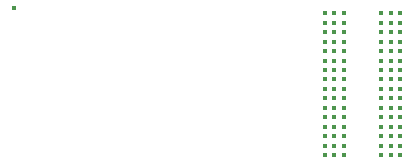
<source format=gbr>
%TF.GenerationSoftware,KiCad,Pcbnew,(5.1.6)-1*%
%TF.CreationDate,2021-04-05T13:25:22+09:00*%
%TF.ProjectId,StreamCam_H3_LTE,53747265-616d-4436-916d-5f48335f4c54,rev?*%
%TF.SameCoordinates,Original*%
%TF.FileFunction,Copper,L1,Top*%
%TF.FilePolarity,Positive*%
%FSLAX46Y46*%
G04 Gerber Fmt 4.6, Leading zero omitted, Abs format (unit mm)*
G04 Created by KiCad (PCBNEW (5.1.6)-1) date 2021-04-05 13:25:22*
%MOMM*%
%LPD*%
G01*
G04 APERTURE LIST*
%TA.AperFunction,SMDPad,CuDef*%
%ADD10C,0.382500*%
%TD*%
%TA.AperFunction,SMDPad,CuDef*%
%ADD11C,0.150000*%
%TD*%
%TA.AperFunction,ViaPad*%
%ADD12C,0.430000*%
%TD*%
G04 APERTURE END LIST*
D10*
%TO.P,U2,A1*%
%TO.N,N/C*%
X138040000Y-121390000D03*
%TO.P,U2,A2*%
%TO.N,/Sheet6067B01D/SDQ13*%
X138840000Y-121390000D03*
%TO.P,U2,A3*%
%TO.N,/Sheet6067B01D/SDQ15*%
X139640000Y-121390000D03*
%TO.P,U2,A7*%
%TO.N,/Sheet6067B01D/SDQ12*%
X142840000Y-121390000D03*
%TO.P,U2,A8*%
%TO.N,N/C*%
X143640000Y-121390000D03*
%TO.P,U2,A9*%
%TO.N,GND1*%
X144440000Y-121390000D03*
%TO.P,U2,B1*%
X138040000Y-122190000D03*
%TO.P,U2,B2*%
%TO.N,N/C*%
X138840000Y-122190000D03*
%TO.P,U2,B3*%
%TO.N,GND1*%
X139640000Y-122190000D03*
%TO.P,U2,B7*%
%TO.N,N/C*%
X142840000Y-122190000D03*
%TO.P,U2,B8*%
%TO.N,/Sheet6067B01D/SDQ14*%
X143640000Y-122190000D03*
%TO.P,U2,B9*%
%TO.N,GND1*%
X144440000Y-122190000D03*
%TO.P,U2,C1*%
%TO.N,N/C*%
X138040000Y-122990000D03*
%TO.P,U2,C2*%
%TO.N,/Sheet6067B01D/SDQ11*%
X138840000Y-122990000D03*
%TO.P,U2,C3*%
%TO.N,/Sheet6067B01D/SDQ9*%
X139640000Y-122990000D03*
%TO.P,U2,C7*%
%TO.N,N/C*%
X142840000Y-122990000D03*
%TO.P,U2,C8*%
%TO.N,/Sheet6067B01D/SDQ10*%
X143640000Y-122990000D03*
%TO.P,U2,C9*%
%TO.N,N/C*%
X144440000Y-122990000D03*
%TO.P,U2,D1*%
%TO.N,GND1*%
X138040000Y-123790000D03*
%TO.P,U2,D2*%
%TO.N,N/C*%
X138840000Y-123790000D03*
%TO.P,U2,D3*%
X139640000Y-123790000D03*
%TO.P,U2,D7*%
%TO.N,/Sheet6067B01D/SDQ8*%
X142840000Y-123790000D03*
%TO.P,U2,D8*%
%TO.N,GND1*%
X143640000Y-123790000D03*
%TO.P,U2,D9*%
%TO.N,N/C*%
X144440000Y-123790000D03*
%TO.P,U2,E1*%
%TO.N,GND1*%
X138040000Y-124590000D03*
%TO.P,U2,E2*%
X138840000Y-124590000D03*
%TO.P,U2,E3*%
%TO.N,/Sheet6067B01D/SDQ0*%
X139640000Y-124590000D03*
%TO.P,U2,E7*%
%TO.N,N/C*%
X142840000Y-124590000D03*
%TO.P,U2,E8*%
%TO.N,GND1*%
X143640000Y-124590000D03*
%TO.P,U2,E9*%
%TO.N,N/C*%
X144440000Y-124590000D03*
%TO.P,U2,F1*%
X138040000Y-125390000D03*
%TO.P,U2,F2*%
%TO.N,/Sheet6067B01D/SDQ2*%
X138840000Y-125390000D03*
%TO.P,U2,F3*%
%TO.N,N/C*%
X139640000Y-125390000D03*
%TO.P,U2,F7*%
%TO.N,/Sheet6067B01D/SDQ1*%
X142840000Y-125390000D03*
%TO.P,U2,F8*%
%TO.N,/Sheet6067B01D/SDQ3*%
X143640000Y-125390000D03*
%TO.P,U2,F9*%
%TO.N,GND1*%
X144440000Y-125390000D03*
%TO.P,U2,G1*%
X138040000Y-126190000D03*
%TO.P,U2,G2*%
%TO.N,/Sheet6067B01D/SDQ6*%
X138840000Y-126190000D03*
%TO.P,U2,G3*%
%TO.N,N/C*%
X139640000Y-126190000D03*
%TO.P,U2,G7*%
X142840000Y-126190000D03*
%TO.P,U2,G8*%
%TO.N,GND1*%
X143640000Y-126190000D03*
%TO.P,U2,G9*%
X144440000Y-126190000D03*
%TO.P,U2,H1*%
%TO.N,N/C*%
X138040000Y-126990000D03*
%TO.P,U2,H2*%
X138840000Y-126990000D03*
%TO.P,U2,H3*%
%TO.N,/Sheet6067B01D/SDQ4*%
X139640000Y-126990000D03*
%TO.P,U2,H7*%
%TO.N,/Sheet6067B01D/SDQ7*%
X142840000Y-126990000D03*
%TO.P,U2,H8*%
%TO.N,/Sheet6067B01D/SDQ5*%
X143640000Y-126990000D03*
%TO.P,U2,H9*%
%TO.N,N/C*%
X144440000Y-126990000D03*
%TO.P,U2,J1*%
X138040000Y-127790000D03*
%TO.P,U2,J2*%
%TO.N,GND1*%
X138840000Y-127790000D03*
%TO.P,U2,J3*%
%TO.N,N/C*%
X139640000Y-127790000D03*
%TO.P,U2,J7*%
X142840000Y-127790000D03*
%TO.P,U2,J8*%
%TO.N,GND1*%
X143640000Y-127790000D03*
%TO.P,U2,J9*%
%TO.N,N/C*%
X144440000Y-127790000D03*
%TO.P,U2,K1*%
X138040000Y-128590000D03*
%TO.P,U2,K2*%
X138840000Y-128590000D03*
%TO.P,U2,K3*%
X139640000Y-128590000D03*
%TO.P,U2,K7*%
X142840000Y-128590000D03*
%TO.P,U2,K8*%
X143640000Y-128590000D03*
%TO.P,U2,K9*%
X144440000Y-128590000D03*
%TO.P,U2,L1*%
X138040000Y-129390000D03*
%TO.P,U2,L2*%
X138840000Y-129390000D03*
%TO.P,U2,L3*%
X139640000Y-129390000D03*
%TO.P,U2,L7*%
%TO.N,/Sheet6067B01D/SA10*%
X142840000Y-129390000D03*
%TO.P,U2,L8*%
%TO.N,N/C*%
X143640000Y-129390000D03*
%TO.P,U2,L9*%
X144440000Y-129390000D03*
%TO.P,U2,M1*%
%TO.N,GND1*%
X138040000Y-130190000D03*
%TO.P,U2,M2*%
%TO.N,/Sheet6067B01D/SBA0*%
X138840000Y-130190000D03*
%TO.P,U2,M3*%
%TO.N,/Sheet6067B01D/SBA2*%
X139640000Y-130190000D03*
%TO.P,U2,M7*%
%TO.N,/Sheet6067B01D/SA15*%
X142840000Y-130190000D03*
%TO.P,U2,M8*%
%TO.N,N/C*%
X143640000Y-130190000D03*
%TO.P,U2,M9*%
%TO.N,GND1*%
X144440000Y-130190000D03*
%TO.P,U2,N1*%
%TO.N,N/C*%
X138040000Y-130990000D03*
%TO.P,U2,N2*%
%TO.N,/Sheet6067B01D/SA3*%
X138840000Y-130990000D03*
%TO.P,U2,N3*%
%TO.N,/Sheet6067B01D/SA0*%
X139640000Y-130990000D03*
%TO.P,U2,N7*%
%TO.N,/Sheet6067B01D/SA12*%
X142840000Y-130990000D03*
%TO.P,U2,N8*%
%TO.N,/Sheet6067B01D/SBA1*%
X143640000Y-130990000D03*
%TO.P,U2,N9*%
%TO.N,N/C*%
X144440000Y-130990000D03*
%TO.P,U2,P1*%
%TO.N,GND1*%
X138040000Y-131790000D03*
%TO.P,U2,P2*%
%TO.N,/Sheet6067B01D/SA5*%
X138840000Y-131790000D03*
%TO.P,U2,P3*%
%TO.N,/Sheet6067B01D/SA2*%
X139640000Y-131790000D03*
%TO.P,U2,P7*%
%TO.N,/Sheet6067B01D/SA1*%
X142840000Y-131790000D03*
%TO.P,U2,P8*%
%TO.N,/Sheet6067B01D/SA4*%
X143640000Y-131790000D03*
%TO.P,U2,P9*%
%TO.N,GND1*%
X144440000Y-131790000D03*
%TO.P,U2,R1*%
%TO.N,N/C*%
X138040000Y-132590000D03*
%TO.P,U2,R2*%
%TO.N,/Sheet6067B01D/SA7*%
X138840000Y-132590000D03*
%TO.P,U2,R3*%
%TO.N,/Sheet6067B01D/SA9*%
X139640000Y-132590000D03*
%TO.P,U2,R7*%
%TO.N,/Sheet6067B01D/SA11*%
X142840000Y-132590000D03*
%TO.P,U2,R8*%
%TO.N,/Sheet6067B01D/SA6*%
X143640000Y-132590000D03*
%TO.P,U2,R9*%
%TO.N,N/C*%
X144440000Y-132590000D03*
%TO.P,U2,T1*%
%TO.N,GND1*%
X138040000Y-133390000D03*
%TO.P,U2,T2*%
%TO.N,N/C*%
X138840000Y-133390000D03*
%TO.P,U2,T3*%
%TO.N,/Sheet6067B01D/SA13*%
X139640000Y-133390000D03*
%TO.P,U2,T7*%
%TO.N,/Sheet6067B01D/SA14*%
X142840000Y-133390000D03*
%TO.P,U2,T8*%
%TO.N,/Sheet6067B01D/SA8*%
X143640000Y-133390000D03*
%TO.P,U2,T9*%
%TO.N,GND1*%
X144440000Y-133390000D03*
%TD*%
D11*
%TO.P,U1,A1*%
%TO.N,N/C*%
X111460000Y-120660000D03*
%TO.P,U1,B1*%
X111460000Y-121310000D03*
%TO.P,U1,C1*%
X111460000Y-121960000D03*
%TO.P,U1,D1*%
X111460000Y-122610000D03*
%TO.P,U1,F1*%
X111460000Y-123910000D03*
%TO.P,U1,G1*%
X111460000Y-124560000D03*
%TO.P,U1,J1*%
X111460000Y-125860000D03*
%TO.P,U1,K1*%
X111460000Y-126510000D03*
%TO.P,U1,M1*%
X111460000Y-127810000D03*
%TO.P,U1,N1*%
X111460000Y-128460000D03*
%TO.P,U1,R1*%
X111460000Y-129760000D03*
%TO.P,U1,V1*%
X111460000Y-131710000D03*
%TO.P,U1,W1*%
X111460000Y-132360000D03*
%TO.P,U1,Y1*%
X111460000Y-133010000D03*
%TO.P,U1,AA1*%
%TO.N,GND*%
X111460000Y-133660000D03*
%TO.P,U1,A2*%
%TO.N,N/C*%
X112110000Y-120660000D03*
%TO.P,U1,B2*%
X112110000Y-121310000D03*
%TO.P,U1,C2*%
X112110000Y-121960000D03*
%TO.P,U1,D2*%
X112110000Y-122610000D03*
%TO.P,U1,E2*%
X112110000Y-123260000D03*
%TO.P,U1,F2*%
X112110000Y-123910000D03*
%TO.P,U1,G2*%
X112110000Y-124560000D03*
%TO.P,U1,H2*%
X112110000Y-125210000D03*
%TO.P,U1,J2*%
X112110000Y-125860000D03*
%TO.P,U1,K2*%
X112110000Y-126510000D03*
%TO.P,U1,L2*%
X112110000Y-127160000D03*
%TO.P,U1,M2*%
X112110000Y-127810000D03*
%TO.P,U1,N2*%
X112110000Y-128460000D03*
%TO.P,U1,P2*%
X112110000Y-129110000D03*
%TO.P,U1,R2*%
X112110000Y-129760000D03*
%TO.P,U1,T2*%
X112110000Y-130410000D03*
%TO.P,U1,U2*%
X112110000Y-131060000D03*
%TO.P,U1,V2*%
X112110000Y-131710000D03*
%TO.P,U1,W2*%
X112110000Y-132360000D03*
%TO.P,U1,Y2*%
X112110000Y-133010000D03*
%TO.P,U1,AA2*%
X112110000Y-133660000D03*
%TO.P,U1,A3*%
X112760000Y-120660000D03*
%TO.P,U1,B3*%
X112760000Y-121310000D03*
%TO.P,U1,C3*%
X112760000Y-121960000D03*
%TO.P,U1,D3*%
X112760000Y-122610000D03*
%TO.P,U1,E3*%
X112760000Y-123260000D03*
%TO.P,U1,F3*%
X112760000Y-123910000D03*
%TO.P,U1,H3*%
X112760000Y-125210000D03*
%TO.P,U1,J3*%
X112760000Y-125860000D03*
%TO.P,U1,K3*%
X112760000Y-126510000D03*
%TO.P,U1,M3*%
X112760000Y-127810000D03*
%TO.P,U1,N3*%
X112760000Y-128460000D03*
%TO.P,U1,P3*%
X112760000Y-129110000D03*
%TO.P,U1,T3*%
X112760000Y-130410000D03*
%TO.P,U1,U3*%
X112760000Y-131060000D03*
%TO.P,U1,V3*%
X112760000Y-131710000D03*
%TO.P,U1,W3*%
X112760000Y-132360000D03*
%TO.P,U1,Y3*%
X112760000Y-133010000D03*
%TO.P,U1,AA3*%
X112760000Y-133660000D03*
%TO.P,U1,A4*%
X113410000Y-120660000D03*
%TO.P,U1,B4*%
X113410000Y-121310000D03*
%TO.P,U1,G4*%
X113410000Y-124560000D03*
%TO.P,U1,H4*%
X113410000Y-125210000D03*
%TO.P,U1,K4*%
X113410000Y-126510000D03*
%TO.P,U1,M4*%
X113410000Y-127810000D03*
%TO.P,U1,T4*%
X113410000Y-130410000D03*
%TO.P,U1,U4*%
X113410000Y-131060000D03*
%TO.P,U1,V4*%
X113410000Y-131710000D03*
%TO.P,U1,Y4*%
X113410000Y-133010000D03*
%TO.P,U1,A5*%
X114060000Y-120660000D03*
%TO.P,U1,B5*%
X114060000Y-121310000D03*
%TO.P,U1,C5*%
X114060000Y-121960000D03*
%TO.P,U1,D5*%
X114060000Y-122610000D03*
%TO.P,U1,F5*%
X114060000Y-123910000D03*
%TO.P,U1,G5*%
X114060000Y-124560000D03*
%TO.P,U1,L5*%
X114060000Y-127160000D03*
%TO.P,U1,M5*%
X114060000Y-127810000D03*
%TO.P,U1,T5*%
X114060000Y-130410000D03*
%TO.P,U1,V5*%
X114060000Y-131710000D03*
%TO.P,U1,W5*%
X114060000Y-132360000D03*
%TO.P,U1,AA5*%
X114060000Y-133660000D03*
%TO.P,U1,B6*%
X114710000Y-121310000D03*
%TO.P,U1,C6*%
X114710000Y-121960000D03*
%TO.P,U1,D6*%
X114710000Y-122610000D03*
%TO.P,U1,F6*%
X114710000Y-123910000D03*
%TO.P,U1,H6*%
X114710000Y-125210000D03*
%TO.P,U1,J6*%
X114710000Y-125860000D03*
%TO.P,U1,K6*%
X114710000Y-126510000D03*
%TO.P,U1,M6*%
X114710000Y-127810000D03*
%TO.P,U1,P6*%
X114710000Y-129110000D03*
%TO.P,U1,R6*%
X114710000Y-129760000D03*
%TO.P,U1,T6*%
X114710000Y-130410000D03*
%TO.P,U1,U6*%
X114710000Y-131060000D03*
%TO.P,U1,V6*%
X114710000Y-131710000D03*
%TO.P,U1,W6*%
X114710000Y-132360000D03*
%TO.P,U1,AA6*%
X114710000Y-133660000D03*
%TO.P,U1,A7*%
X115360000Y-120660000D03*
%TO.P,U1,B7*%
X115360000Y-121310000D03*
%TO.P,U1,C7*%
X115360000Y-121960000D03*
%TO.P,U1,F7*%
X115360000Y-123910000D03*
%TO.P,U1,G7*%
X115360000Y-124560000D03*
%TO.P,U1,H7*%
X115360000Y-125210000D03*
%TO.P,U1,J7*%
X115360000Y-125860000D03*
%TO.P,U1,K7*%
%TO.N,GND*%
X115360000Y-126510000D03*
%TO.P,U1,M7*%
X115360000Y-127810000D03*
%TO.P,U1,N7*%
X115360000Y-128460000D03*
%TO.P,U1,P7*%
%TO.N,N/C*%
X115360000Y-129110000D03*
%TO.P,U1,R7*%
X115360000Y-129760000D03*
%TO.P,U1,T7*%
X115360000Y-130410000D03*
%TO.P,U1,Y7*%
X115360000Y-133010000D03*
%TO.P,U1,A8*%
X116010000Y-120660000D03*
%TO.P,U1,B8*%
X116010000Y-121310000D03*
%TO.P,U1,C8*%
X116010000Y-121960000D03*
%TO.P,U1,D8*%
X116010000Y-122610000D03*
%TO.P,U1,E8*%
X116010000Y-123260000D03*
%TO.P,U1,F8*%
X116010000Y-123910000D03*
%TO.P,U1,G8*%
%TO.N,GND*%
X116010000Y-124560000D03*
%TO.P,U1,H8*%
%TO.N,N/C*%
X116010000Y-125210000D03*
%TO.P,U1,J8*%
X116010000Y-125860000D03*
%TO.P,U1,K8*%
%TO.N,GND*%
X116010000Y-126510000D03*
%TO.P,U1,L8*%
X116010000Y-127160000D03*
%TO.P,U1,M8*%
X116010000Y-127810000D03*
%TO.P,U1,N8*%
%TO.N,N/C*%
X116010000Y-128460000D03*
%TO.P,U1,P8*%
X116010000Y-129110000D03*
%TO.P,U1,R8*%
X116010000Y-129760000D03*
%TO.P,U1,T8*%
X116010000Y-130410000D03*
%TO.P,U1,Y8*%
X116010000Y-133010000D03*
%TO.P,U1,AA8*%
X116010000Y-133660000D03*
%TO.P,U1,B9*%
X116660000Y-121310000D03*
%TO.P,U1,C9*%
X116660000Y-121960000D03*
%TO.P,U1,G9*%
X116660000Y-124560000D03*
%TO.P,U1,J9*%
%TO.N,GND*%
X116660000Y-125860000D03*
%TO.P,U1,K9*%
X116660000Y-126510000D03*
%TO.P,U1,L9*%
X116660000Y-127160000D03*
%TO.P,U1,M9*%
X116660000Y-127810000D03*
%TO.P,U1,N9*%
X116660000Y-128460000D03*
%TO.P,U1,P9*%
%TO.N,N/C*%
X116660000Y-129110000D03*
%TO.P,U1,R9*%
%TO.N,GND*%
X116660000Y-129760000D03*
%TO.P,U1,T9*%
%TO.N,N/C*%
X116660000Y-130410000D03*
%TO.P,U1,U9*%
X116660000Y-131060000D03*
%TO.P,U1,W9*%
X116660000Y-132360000D03*
%TO.P,U1,Y9*%
X116660000Y-133010000D03*
%TO.P,U1,AA9*%
X116660000Y-133660000D03*
%TO.P,U1,A10*%
X117310000Y-120660000D03*
%TO.P,U1,B10*%
X117310000Y-121310000D03*
%TO.P,U1,C10*%
X117310000Y-121960000D03*
%TO.P,U1,D10*%
X117310000Y-122610000D03*
%TO.P,U1,E10*%
X117310000Y-123260000D03*
%TO.P,U1,F10*%
X117310000Y-123910000D03*
%TO.P,U1,G10*%
X117310000Y-124560000D03*
%TO.P,U1,H10*%
%TO.N,+1V2*%
X117310000Y-125210000D03*
%TO.P,U1,J10*%
X117310000Y-125860000D03*
%TO.P,U1,K10*%
X117310000Y-126510000D03*
%TO.P,U1,L10*%
X117310000Y-127160000D03*
%TO.P,U1,M10*%
%TO.N,GND*%
X117310000Y-127810000D03*
%TO.P,U1,N10*%
X117310000Y-128460000D03*
%TO.P,U1,P10*%
X117310000Y-129110000D03*
%TO.P,U1,R10*%
X117310000Y-129760000D03*
%TO.P,U1,T10*%
%TO.N,N/C*%
X117310000Y-130410000D03*
%TO.P,U1,V10*%
X117310000Y-131710000D03*
%TO.P,U1,Y10*%
X117310000Y-133010000D03*
%TO.P,U1,A11*%
X117960000Y-120660000D03*
%TO.P,U1,B11*%
X117960000Y-121310000D03*
%TO.P,U1,C11*%
X117960000Y-121960000D03*
%TO.P,U1,D11*%
X117960000Y-122610000D03*
%TO.P,U1,E11*%
X117960000Y-123260000D03*
%TO.P,U1,F11*%
X117960000Y-123910000D03*
%TO.P,U1,G11*%
X117960000Y-124560000D03*
%TO.P,U1,H11*%
X117960000Y-125210000D03*
%TO.P,U1,J11*%
%TO.N,+1V2*%
X117960000Y-125860000D03*
%TO.P,U1,K11*%
X117960000Y-126510000D03*
%TO.P,U1,L11*%
X117960000Y-127160000D03*
%TO.P,U1,M11*%
%TO.N,GND*%
X117960000Y-127810000D03*
%TO.P,U1,N11*%
X117960000Y-128460000D03*
%TO.P,U1,P11*%
X117960000Y-129110000D03*
%TO.P,U1,R11*%
X117960000Y-129760000D03*
%TO.P,U1,T11*%
X117960000Y-130410000D03*
%TO.P,U1,U11*%
%TO.N,VMEM*%
X117960000Y-131060000D03*
%TO.P,U1,V11*%
%TO.N,N/C*%
X117960000Y-131710000D03*
%TO.P,U1,W11*%
X117960000Y-132360000D03*
%TO.P,U1,Y11*%
X117960000Y-133010000D03*
%TO.P,U1,AA11*%
X117960000Y-133660000D03*
%TO.P,U1,B12*%
X118610000Y-121310000D03*
%TO.P,U1,C12*%
X118610000Y-121960000D03*
%TO.P,U1,G12*%
X118610000Y-124560000D03*
%TO.P,U1,H12*%
%TO.N,GND*%
X118610000Y-125210000D03*
%TO.P,U1,J12*%
%TO.N,+1V2*%
X118610000Y-125860000D03*
%TO.P,U1,K12*%
X118610000Y-126510000D03*
%TO.P,U1,L12*%
X118610000Y-127160000D03*
%TO.P,U1,M12*%
%TO.N,GND*%
X118610000Y-127810000D03*
%TO.P,U1,N12*%
X118610000Y-128460000D03*
%TO.P,U1,P12*%
X118610000Y-129110000D03*
%TO.P,U1,R12*%
X118610000Y-129760000D03*
%TO.P,U1,T12*%
%TO.N,VMEM*%
X118610000Y-130410000D03*
%TO.P,U1,V12*%
%TO.N,/Sheet6067B01D/SA13*%
X118610000Y-131710000D03*
%TO.P,U1,W12*%
%TO.N,N/C*%
X118610000Y-132360000D03*
%TO.P,U1,Y12*%
X118610000Y-133010000D03*
%TO.P,U1,AA12*%
X118610000Y-133660000D03*
%TO.P,U1,A13*%
X119260000Y-120660000D03*
%TO.P,U1,B13*%
X119260000Y-121310000D03*
%TO.P,U1,C13*%
X119260000Y-121960000D03*
%TO.P,U1,D13*%
X119260000Y-122610000D03*
%TO.P,U1,E13*%
X119260000Y-123260000D03*
%TO.P,U1,F13*%
X119260000Y-123910000D03*
%TO.P,U1,G13*%
X119260000Y-124560000D03*
%TO.P,U1,H13*%
X119260000Y-125210000D03*
%TO.P,U1,J13*%
%TO.N,GND*%
X119260000Y-125860000D03*
%TO.P,U1,K13*%
X119260000Y-126510000D03*
%TO.P,U1,L13*%
%TO.N,+1V2*%
X119260000Y-127160000D03*
%TO.P,U1,M13*%
%TO.N,GND*%
X119260000Y-127810000D03*
%TO.P,U1,N13*%
X119260000Y-128460000D03*
%TO.P,U1,P13*%
X119260000Y-129110000D03*
%TO.P,U1,R13*%
X119260000Y-129760000D03*
%TO.P,U1,T13*%
%TO.N,VMEM*%
X119260000Y-130410000D03*
%TO.P,U1,V13*%
%TO.N,N/C*%
X119260000Y-131710000D03*
%TO.P,U1,W13*%
X119260000Y-132360000D03*
%TO.P,U1,Y13*%
X119260000Y-133010000D03*
%TO.P,U1,A14*%
X119910000Y-120660000D03*
%TO.P,U1,B14*%
X119910000Y-121310000D03*
%TO.P,U1,C14*%
X119910000Y-121960000D03*
%TO.P,U1,E14*%
X119910000Y-123260000D03*
%TO.P,U1,F14*%
X119910000Y-123910000D03*
%TO.P,U1,G14*%
X119910000Y-124560000D03*
%TO.P,U1,H14*%
X119910000Y-125210000D03*
%TO.P,U1,J14*%
X119910000Y-125860000D03*
%TO.P,U1,K14*%
%TO.N,GND*%
X119910000Y-126510000D03*
%TO.P,U1,L14*%
%TO.N,+1V2*%
X119910000Y-127160000D03*
%TO.P,U1,M14*%
%TO.N,GND*%
X119910000Y-127810000D03*
%TO.P,U1,N14*%
X119910000Y-128460000D03*
%TO.P,U1,P14*%
X119910000Y-129110000D03*
%TO.P,U1,R14*%
X119910000Y-129760000D03*
%TO.P,U1,T14*%
%TO.N,VMEM*%
X119910000Y-130410000D03*
%TO.P,U1,Y14*%
%TO.N,N/C*%
X119910000Y-133010000D03*
%TO.P,U1,AA14*%
X119910000Y-133660000D03*
%TO.P,U1,B15*%
X120560000Y-121310000D03*
%TO.P,U1,C15*%
X120560000Y-121960000D03*
%TO.P,U1,D15*%
X120560000Y-122610000D03*
%TO.P,U1,E15*%
X120560000Y-123260000D03*
%TO.P,U1,G15*%
X120560000Y-124560000D03*
%TO.P,U1,H15*%
%TO.N,GND*%
X120560000Y-125210000D03*
%TO.P,U1,J15*%
%TO.N,N/C*%
X120560000Y-125860000D03*
%TO.P,U1,K15*%
%TO.N,GND*%
X120560000Y-126510000D03*
%TO.P,U1,L15*%
X120560000Y-127160000D03*
%TO.P,U1,M15*%
X120560000Y-127810000D03*
%TO.P,U1,N15*%
X120560000Y-128460000D03*
%TO.P,U1,P15*%
X120560000Y-129110000D03*
%TO.P,U1,T15*%
%TO.N,VMEM*%
X120560000Y-130410000D03*
%TO.P,U1,U15*%
%TO.N,N/C*%
X120560000Y-131060000D03*
%TO.P,U1,V15*%
%TO.N,/Sheet6067B01D/SA7*%
X120560000Y-131710000D03*
%TO.P,U1,W15*%
%TO.N,N/C*%
X120560000Y-132360000D03*
%TO.P,U1,Y15*%
X120560000Y-133010000D03*
%TO.P,U1,AA15*%
X120560000Y-133660000D03*
%TO.P,U1,A16*%
X121210000Y-120660000D03*
%TO.P,U1,B16*%
X121210000Y-121310000D03*
%TO.P,U1,C16*%
X121210000Y-121960000D03*
%TO.P,U1,E16*%
X121210000Y-123260000D03*
%TO.P,U1,F16*%
X121210000Y-123910000D03*
%TO.P,U1,H16*%
X121210000Y-125210000D03*
%TO.P,U1,J16*%
%TO.N,GND*%
X121210000Y-125860000D03*
%TO.P,U1,K16*%
X121210000Y-126510000D03*
%TO.P,U1,L16*%
%TO.N,VMEM*%
X121210000Y-127160000D03*
%TO.P,U1,M16*%
X121210000Y-127810000D03*
%TO.P,U1,N16*%
X121210000Y-128460000D03*
%TO.P,U1,P16*%
X121210000Y-129110000D03*
%TO.P,U1,R16*%
X121210000Y-129760000D03*
%TO.P,U1,T16*%
%TO.N,N/C*%
X121210000Y-130410000D03*
%TO.P,U1,U16*%
X121210000Y-131060000D03*
%TO.P,U1,Y16*%
X121210000Y-133010000D03*
%TO.P,U1,A17*%
X121860000Y-120660000D03*
%TO.P,U1,B17*%
X121860000Y-121310000D03*
%TO.P,U1,C17*%
X121860000Y-121960000D03*
%TO.P,U1,D17*%
X121860000Y-122610000D03*
%TO.P,U1,F17*%
X121860000Y-123910000D03*
%TO.P,U1,H17*%
X121860000Y-125210000D03*
%TO.P,U1,K17*%
X121860000Y-126510000D03*
%TO.P,U1,L17*%
X121860000Y-127160000D03*
%TO.P,U1,N17*%
%TO.N,/Sheet6067B01D/SA14*%
X121860000Y-128460000D03*
%TO.P,U1,P17*%
%TO.N,VMEM*%
X121860000Y-129110000D03*
%TO.P,U1,R17*%
%TO.N,/Sheet6067B01D/SA15*%
X121860000Y-129760000D03*
%TO.P,U1,T17*%
%TO.N,/Sheet6067B01D/SA0*%
X121860000Y-130410000D03*
%TO.P,U1,V17*%
%TO.N,/Sheet6067B01D/SBA2*%
X121860000Y-131710000D03*
%TO.P,U1,W17*%
%TO.N,/Sheet6067B01D/SBA0*%
X121860000Y-132360000D03*
%TO.P,U1,Y17*%
%TO.N,N/C*%
X121860000Y-133010000D03*
%TO.P,U1,AA17*%
X121860000Y-133660000D03*
%TO.P,U1,B18*%
X122510000Y-121310000D03*
%TO.P,U1,C18*%
X122510000Y-121960000D03*
%TO.P,U1,E18*%
X122510000Y-123260000D03*
%TO.P,U1,F18*%
X122510000Y-123910000D03*
%TO.P,U1,G18*%
X122510000Y-124560000D03*
%TO.P,U1,H18*%
X122510000Y-125210000D03*
%TO.P,U1,K18*%
X122510000Y-126510000D03*
%TO.P,U1,L18*%
X122510000Y-127160000D03*
%TO.P,U1,R18*%
%TO.N,/Sheet6067B01D/SA12*%
X122510000Y-129760000D03*
%TO.P,U1,T18*%
%TO.N,/Sheet6067B01D/SBA1*%
X122510000Y-130410000D03*
%TO.P,U1,U18*%
%TO.N,/Sheet6067B01D/SA1*%
X122510000Y-131060000D03*
%TO.P,U1,W18*%
%TO.N,/Sheet6067B01D/SA8*%
X122510000Y-132360000D03*
%TO.P,U1,Y18*%
%TO.N,/Sheet6067B01D/SA9*%
X122510000Y-133010000D03*
%TO.P,U1,AA18*%
%TO.N,N/C*%
X122510000Y-133660000D03*
%TO.P,U1,A19*%
X123160000Y-120660000D03*
%TO.P,U1,B19*%
X123160000Y-121310000D03*
%TO.P,U1,C19*%
X123160000Y-121960000D03*
%TO.P,U1,D19*%
X123160000Y-122610000D03*
%TO.P,U1,E19*%
X123160000Y-123260000D03*
%TO.P,U1,F19*%
X123160000Y-123910000D03*
%TO.P,U1,H19*%
X123160000Y-125210000D03*
%TO.P,U1,J19*%
%TO.N,/Sheet6067B01D/SDQ8*%
X123160000Y-125860000D03*
%TO.P,U1,L19*%
%TO.N,N/C*%
X123160000Y-127160000D03*
%TO.P,U1,M19*%
%TO.N,/Sheet6067B01D/SDQ15*%
X123160000Y-127810000D03*
%TO.P,U1,N19*%
%TO.N,/Sheet6067B01D/SA11*%
X123160000Y-128460000D03*
%TO.P,U1,P19*%
%TO.N,/Sheet6067B01D/SA10*%
X123160000Y-129110000D03*
%TO.P,U1,R19*%
%TO.N,/Sheet6067B01D/SDQ4*%
X123160000Y-129760000D03*
%TO.P,U1,U19*%
%TO.N,/Sheet6067B01D/SDQ6*%
X123160000Y-131060000D03*
%TO.P,U1,V19*%
%TO.N,/Sheet6067B01D/SA2*%
X123160000Y-131710000D03*
%TO.P,U1,Y19*%
%TO.N,/Sheet6067B01D/SA5*%
X123160000Y-133010000D03*
%TO.P,U1,AA19*%
%TO.N,N/C*%
X123160000Y-133660000D03*
%TO.P,U1,A20*%
X123810000Y-120660000D03*
%TO.P,U1,B20*%
X123810000Y-121310000D03*
%TO.P,U1,C20*%
X123810000Y-121960000D03*
%TO.P,U1,D20*%
X123810000Y-122610000D03*
%TO.P,U1,E20*%
X123810000Y-123260000D03*
%TO.P,U1,F20*%
X123810000Y-123910000D03*
%TO.P,U1,G20*%
X123810000Y-124560000D03*
%TO.P,U1,H20*%
%TO.N,/Sheet6067B01D/SDQ9*%
X123810000Y-125210000D03*
%TO.P,U1,J20*%
%TO.N,N/C*%
X123810000Y-125860000D03*
%TO.P,U1,K20*%
X123810000Y-126510000D03*
%TO.P,U1,L20*%
%TO.N,/Sheet6067B01D/SDQ12*%
X123810000Y-127160000D03*
%TO.P,U1,M20*%
%TO.N,N/C*%
X123810000Y-127810000D03*
%TO.P,U1,N20*%
%TO.N,/Sheet6067B01D/SDQ0*%
X123810000Y-128460000D03*
%TO.P,U1,P20*%
%TO.N,/Sheet6067B01D/SDQ2*%
X123810000Y-129110000D03*
%TO.P,U1,R20*%
%TO.N,N/C*%
X123810000Y-129760000D03*
%TO.P,U1,T20*%
%TO.N,/Sheet6067B01D/SDQ5*%
X123810000Y-130410000D03*
%TO.P,U1,U20*%
%TO.N,/Sheet6067B01D/SDQ7*%
X123810000Y-131060000D03*
%TO.P,U1,V20*%
%TO.N,/Sheet6067B01D/SA3*%
X123810000Y-131710000D03*
%TO.P,U1,W20*%
%TO.N,N/C*%
X123810000Y-132360000D03*
%TO.P,U1,Y20*%
%TO.N,/Sheet6067B01D/SA6*%
X123810000Y-133010000D03*
%TO.P,U1,AA20*%
%TO.N,N/C*%
X123810000Y-133660000D03*
%TO.P,U1,A21*%
%TO.N,GND*%
X124460000Y-120660000D03*
%TO.P,U1,B21*%
%TO.N,N/C*%
X124460000Y-121310000D03*
%TO.P,U1,C21*%
X124460000Y-121960000D03*
%TO.P,U1,E21*%
X124460000Y-123260000D03*
%TO.P,U1,F21*%
X124460000Y-123910000D03*
%TO.P,U1,H21*%
%TO.N,/Sheet6067B01D/SDQ10*%
X124460000Y-125210000D03*
%TO.P,U1,J21*%
%TO.N,/Sheet6067B01D/SDQ11*%
X124460000Y-125860000D03*
%TO.P,U1,L21*%
%TO.N,/Sheet6067B01D/SDQ13*%
X124460000Y-127160000D03*
%TO.P,U1,M21*%
%TO.N,/Sheet6067B01D/SDQ14*%
X124460000Y-127810000D03*
%TO.P,U1,P21*%
%TO.N,/Sheet6067B01D/SDQ1*%
X124460000Y-129110000D03*
%TO.P,U1,R21*%
%TO.N,N/C*%
X124460000Y-129760000D03*
%TO.P,U1,U21*%
%TO.N,/Sheet6067B01D/SDQ3*%
X124460000Y-131060000D03*
%TO.P,U1,V21*%
%TO.N,/Sheet6067B01D/SA4*%
X124460000Y-131710000D03*
%TO.P,U1,W21*%
%TO.N,N/C*%
X124460000Y-132360000D03*
%TO.P,U1,Y21*%
X124460000Y-133010000D03*
%TO.P,U1,AA21*%
X124460000Y-133660000D03*
%TD*%
D12*
%TO.N,*%
X111780000Y-120980000D03*
%TD*%
M02*

</source>
